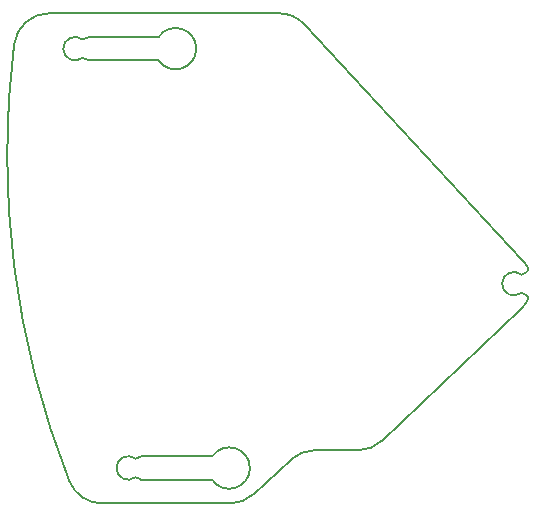
<source format=gbr>
G04 #@! TF.GenerationSoftware,KiCad,Pcbnew,7.0.2-0*
G04 #@! TF.CreationDate,2023-08-02T17:26:49+09:00*
G04 #@! TF.ProjectId,kicker_board2,6b69636b-6572-45f6-926f-617264322e6b,rev?*
G04 #@! TF.SameCoordinates,Original*
G04 #@! TF.FileFunction,Profile,NP*
%FSLAX46Y46*%
G04 Gerber Fmt 4.6, Leading zero omitted, Abs format (unit mm)*
G04 Created by KiCad (PCBNEW 7.0.2-0) date 2023-08-02 17:26:49*
%MOMM*%
%LPD*%
G01*
G04 APERTURE LIST*
G04 #@! TA.AperFunction,Profile*
%ADD10C,0.200000*%
G04 #@! TD*
G04 APERTURE END LIST*
D10*
X159850855Y-108184248D02*
G75*
G03*
X160285123Y-107668722I-2063655J2179048D01*
G01*
X133735452Y-122605633D02*
G75*
G03*
X133749618Y-120605624I1443148J989833D01*
G01*
X160469754Y-107321302D02*
G75*
G03*
X160310808Y-106970461I-224754J109602D01*
G01*
X160310803Y-105040773D02*
G75*
G03*
X159923665Y-105245691I262897J-964827D01*
G01*
X127748662Y-120613446D02*
G75*
G03*
X127248665Y-120825000I125038J-992154D01*
G01*
X139358728Y-83105625D02*
X119938379Y-83105625D01*
X146066586Y-120105636D02*
G75*
G03*
X148129340Y-119283938I14J2999936D01*
G01*
X148129340Y-119283938D02*
X159850853Y-108184246D01*
X122748675Y-86886237D02*
G75*
G03*
X123373663Y-87105625I625025J780637D01*
G01*
X160310797Y-105040749D02*
G75*
G03*
X160469768Y-104689941I-65597J241149D01*
G01*
X121642535Y-122720391D02*
G75*
G03*
X124431814Y-124615787I2789365J1104791D01*
G01*
X159923671Y-106765552D02*
G75*
G03*
X160310808Y-106970460I650029J759952D01*
G01*
X159989207Y-103967521D02*
X141559836Y-84067213D01*
X127741699Y-122605624D02*
X133735465Y-122605624D01*
X160313761Y-107601840D02*
G75*
G03*
X160469768Y-107321309I-2541561J1597040D01*
G01*
X127748665Y-122597781D02*
X127741699Y-122605624D01*
X160469769Y-104689941D02*
X160375610Y-104512346D01*
X129201620Y-87105609D02*
G75*
G03*
X129201597Y-85105625I1436180J1000009D01*
G01*
X119938379Y-83105582D02*
G75*
G03*
X116961908Y-85730625I21J-3000018D01*
G01*
X127248673Y-122386239D02*
G75*
G03*
X127748665Y-122597781I625027J780639D01*
G01*
X137236319Y-123816895D02*
X140381147Y-120904518D01*
X160375610Y-104512346D02*
X160386175Y-104505933D01*
X124431814Y-124615787D02*
X135197907Y-124615787D01*
X160285123Y-107668721D02*
G75*
G03*
X160313762Y-107601841I-165923J110621D01*
G01*
X133749618Y-120605624D02*
X127741699Y-120605624D01*
X159923690Y-105245662D02*
G75*
G03*
X159923665Y-106765559I-649990J-759938D01*
G01*
X141559845Y-84067204D02*
G75*
G03*
X139358728Y-83105625I-2201045J-2038296D01*
G01*
X127248689Y-120824970D02*
G75*
G03*
X127248665Y-122386249I-624989J-780630D01*
G01*
X123373663Y-87105625D02*
X129201597Y-87105625D01*
X127741699Y-120605624D02*
X127748665Y-120613468D01*
X116961899Y-85730624D02*
G75*
G03*
X121642571Y-122720377I74411801J-9374976D01*
G01*
X160386181Y-104505930D02*
G75*
G03*
X159989207Y-103967521I-2597581J-1499670D01*
G01*
X142419559Y-120105592D02*
G75*
G03*
X140381148Y-120904519I41J-3000008D01*
G01*
X135197907Y-124615807D02*
G75*
G03*
X137236319Y-123816895I93J2999707D01*
G01*
X142419559Y-120105625D02*
X146066586Y-120105625D01*
X122748688Y-85324969D02*
G75*
G03*
X122748663Y-86886250I-624988J-780631D01*
G01*
X129201596Y-85105625D02*
X123373190Y-85105625D01*
X123373190Y-85105597D02*
G75*
G03*
X122748665Y-85325000I510J-1000003D01*
G01*
M02*

</source>
